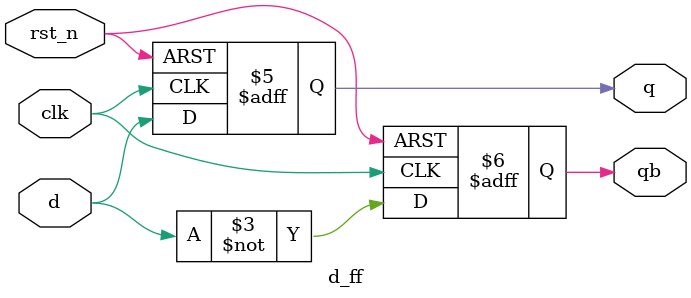
<source format=v>
`timescale 1ns / 1ps

module jk_by_D(
    output q, qbar,
    input j, k, rst_n, clk
    );

    wire d;
    d_ff ff1(.q(q), .qb(qbar), .d(d), .rst_n(rst_n), .clk(clk)); // Use d_ff module
    
    assign d = (j & qbar) | (~k & q);
    
endmodule

module d_ff(
    output reg q,
    output reg qb,
    input d,
    input rst_n,
    input clk
    );

    always @(posedge clk or negedge rst_n)
        if (!rst_n)
        begin
            q <= 0;
            qb <= 1;
        end
        else
        begin
            q <= d;
            qb <= ~d;
        end
        
    initial begin 
        q = 0;
        qb = 1;
    end
endmodule

</source>
